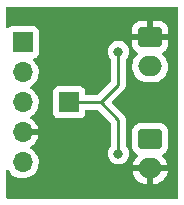
<source format=gbr>
%TF.GenerationSoftware,KiCad,Pcbnew,(6.0.1)*%
%TF.CreationDate,2022-02-14T11:52:31-05:00*%
%TF.ProjectId,SKR-Mini_TFT_Thermistor_Board,534b522d-4d69-46e6-995f-5446545f5468,rev?*%
%TF.SameCoordinates,Original*%
%TF.FileFunction,Copper,L2,Bot*%
%TF.FilePolarity,Positive*%
%FSLAX46Y46*%
G04 Gerber Fmt 4.6, Leading zero omitted, Abs format (unit mm)*
G04 Created by KiCad (PCBNEW (6.0.1)) date 2022-02-14 11:52:31*
%MOMM*%
%LPD*%
G01*
G04 APERTURE LIST*
G04 Aperture macros list*
%AMRoundRect*
0 Rectangle with rounded corners*
0 $1 Rounding radius*
0 $2 $3 $4 $5 $6 $7 $8 $9 X,Y pos of 4 corners*
0 Add a 4 corners polygon primitive as box body*
4,1,4,$2,$3,$4,$5,$6,$7,$8,$9,$2,$3,0*
0 Add four circle primitives for the rounded corners*
1,1,$1+$1,$2,$3*
1,1,$1+$1,$4,$5*
1,1,$1+$1,$6,$7*
1,1,$1+$1,$8,$9*
0 Add four rect primitives between the rounded corners*
20,1,$1+$1,$2,$3,$4,$5,0*
20,1,$1+$1,$4,$5,$6,$7,0*
20,1,$1+$1,$6,$7,$8,$9,0*
20,1,$1+$1,$8,$9,$2,$3,0*%
G04 Aperture macros list end*
%TA.AperFunction,ComponentPad*%
%ADD10RoundRect,0.250000X-0.750000X0.600000X-0.750000X-0.600000X0.750000X-0.600000X0.750000X0.600000X0*%
%TD*%
%TA.AperFunction,ComponentPad*%
%ADD11O,2.000000X1.700000*%
%TD*%
%TA.AperFunction,ComponentPad*%
%ADD12R,1.700000X1.700000*%
%TD*%
%TA.AperFunction,ComponentPad*%
%ADD13O,1.700000X1.700000*%
%TD*%
%TA.AperFunction,ViaPad*%
%ADD14C,0.800000*%
%TD*%
%TA.AperFunction,Conductor*%
%ADD15C,0.250000*%
%TD*%
G04 APERTURE END LIST*
D10*
%TO.P,T0,1,Pin_1*%
%TO.N,TX2-PA2*%
X123207000Y-102128000D03*
D11*
%TO.P,T0,2,Pin_2*%
%TO.N,GND*%
X123207000Y-104628000D03*
%TD*%
D10*
%TO.P,T1,1,Pin_1*%
%TO.N,GND*%
X123207000Y-93492000D03*
D11*
%TO.P,T1,2,Pin_2*%
%TO.N,RX2-PA3*%
X123207000Y-95992000D03*
%TD*%
D12*
%TO.P,J2,1,Pin_1*%
%TO.N,+3V3*%
X116357000Y-99030000D03*
%TD*%
%TO.P,J1,1,Pin_1*%
%TO.N,RST*%
X112420000Y-93955000D03*
D13*
%TO.P,J1,2,Pin_2*%
%TO.N,RX2-PA3*%
X112420000Y-96495000D03*
%TO.P,J1,3,Pin_3*%
%TO.N,TX2-PA2*%
X112420000Y-99035000D03*
%TO.P,J1,4,Pin_4*%
%TO.N,GND*%
X112420000Y-101575000D03*
%TO.P,J1,5,Pin_5*%
%TO.N,PWR*%
X112420000Y-104115000D03*
%TD*%
D14*
%TO.N,+3V3*%
X120523000Y-94742000D03*
X120523000Y-103378000D03*
%TO.N,GND*%
X115443000Y-92202000D03*
X115443000Y-105918000D03*
%TD*%
D15*
%TO.N,+3V3*%
X120523000Y-97536000D02*
X120523000Y-94742000D01*
X119029000Y-99030000D02*
X120523000Y-97536000D01*
X117221000Y-99030000D02*
X119029000Y-99030000D01*
X120523000Y-100584000D02*
X120523000Y-103378000D01*
X119023999Y-99018594D02*
X120517999Y-100512594D01*
%TD*%
%TA.AperFunction,Conductor*%
%TO.N,GND*%
G36*
X125545121Y-90952002D02*
G01*
X125591614Y-91005658D01*
X125603000Y-91058000D01*
X125603000Y-107062000D01*
X125582998Y-107130121D01*
X125529342Y-107176614D01*
X125477000Y-107188000D01*
X111124000Y-107188000D01*
X111055879Y-107167998D01*
X111009386Y-107114342D01*
X110998000Y-107062000D01*
X110998000Y-104841416D01*
X111018002Y-104773295D01*
X111071658Y-104726802D01*
X111141932Y-104716698D01*
X111206512Y-104746192D01*
X111231433Y-104775581D01*
X111319987Y-104920088D01*
X111466250Y-105088938D01*
X111638126Y-105231632D01*
X111831000Y-105344338D01*
X112039692Y-105424030D01*
X112044760Y-105425061D01*
X112044763Y-105425062D01*
X112152017Y-105446883D01*
X112258597Y-105468567D01*
X112263772Y-105468757D01*
X112263774Y-105468757D01*
X112476673Y-105476564D01*
X112476677Y-105476564D01*
X112481837Y-105476753D01*
X112486957Y-105476097D01*
X112486959Y-105476097D01*
X112698288Y-105449025D01*
X112698289Y-105449025D01*
X112703416Y-105448368D01*
X112708366Y-105446883D01*
X112912429Y-105385661D01*
X112912434Y-105385659D01*
X112917384Y-105384174D01*
X113117994Y-105285896D01*
X113299860Y-105156173D01*
X113310555Y-105145516D01*
X113381209Y-105075107D01*
X113458096Y-104998489D01*
X113528785Y-104900115D01*
X113531325Y-104896580D01*
X121725752Y-104896580D01*
X121750477Y-105014421D01*
X121753537Y-105024617D01*
X121834263Y-105229029D01*
X121838994Y-105238561D01*
X121953016Y-105426462D01*
X121959280Y-105435052D01*
X122103327Y-105601052D01*
X122110958Y-105608472D01*
X122280911Y-105747826D01*
X122289678Y-105753850D01*
X122480682Y-105862576D01*
X122490346Y-105867041D01*
X122696941Y-105942031D01*
X122707208Y-105944802D01*
X122924655Y-105984123D01*
X122932884Y-105985056D01*
X122937376Y-105985268D01*
X122950124Y-105981525D01*
X122951329Y-105980135D01*
X122953000Y-105972452D01*
X122953000Y-105963970D01*
X123461000Y-105963970D01*
X123465310Y-105978648D01*
X123477193Y-105980711D01*
X123581325Y-105971876D01*
X123591797Y-105970086D01*
X123804535Y-105914870D01*
X123814575Y-105911335D01*
X124014970Y-105821063D01*
X124024256Y-105815894D01*
X124206575Y-105693150D01*
X124214870Y-105686481D01*
X124373900Y-105534772D01*
X124380941Y-105526814D01*
X124512141Y-105350475D01*
X124517745Y-105341438D01*
X124617357Y-105145516D01*
X124621357Y-105135665D01*
X124686534Y-104925760D01*
X124688817Y-104915376D01*
X124690861Y-104899957D01*
X124688665Y-104885793D01*
X124675478Y-104882000D01*
X123479115Y-104882000D01*
X123463876Y-104886475D01*
X123462671Y-104887865D01*
X123461000Y-104895548D01*
X123461000Y-105963970D01*
X122953000Y-105963970D01*
X122953000Y-104900115D01*
X122948525Y-104884876D01*
X122947135Y-104883671D01*
X122939452Y-104882000D01*
X121740808Y-104882000D01*
X121727277Y-104885973D01*
X121725752Y-104896580D01*
X113531325Y-104896580D01*
X113585435Y-104821277D01*
X113588453Y-104817077D01*
X113608962Y-104775581D01*
X113685136Y-104621453D01*
X113685137Y-104621451D01*
X113687430Y-104616811D01*
X113752370Y-104403069D01*
X113781529Y-104181590D01*
X113783156Y-104115000D01*
X113764852Y-103892361D01*
X113710431Y-103675702D01*
X113621354Y-103470840D01*
X113500014Y-103283277D01*
X113349670Y-103118051D01*
X113345619Y-103114852D01*
X113345615Y-103114848D01*
X113178414Y-102982800D01*
X113178410Y-102982798D01*
X113174359Y-102979598D01*
X113132569Y-102956529D01*
X113082598Y-102906097D01*
X113067826Y-102836654D01*
X113092942Y-102770248D01*
X113120294Y-102743641D01*
X113295328Y-102618792D01*
X113303200Y-102612139D01*
X113454052Y-102461812D01*
X113460730Y-102453965D01*
X113585003Y-102281020D01*
X113590313Y-102272183D01*
X113684670Y-102081267D01*
X113688469Y-102071672D01*
X113750377Y-101867910D01*
X113752555Y-101857837D01*
X113753986Y-101846962D01*
X113751775Y-101832778D01*
X113738617Y-101829000D01*
X112292000Y-101829000D01*
X112223879Y-101808998D01*
X112177386Y-101755342D01*
X112166000Y-101703000D01*
X112166000Y-101447000D01*
X112186002Y-101378879D01*
X112239658Y-101332386D01*
X112292000Y-101321000D01*
X113738344Y-101321000D01*
X113751875Y-101317027D01*
X113753180Y-101307947D01*
X113711214Y-101140875D01*
X113707894Y-101131124D01*
X113622972Y-100935814D01*
X113618105Y-100926739D01*
X113502426Y-100747926D01*
X113496136Y-100739757D01*
X113352806Y-100582240D01*
X113345273Y-100575215D01*
X113178139Y-100443222D01*
X113169556Y-100437520D01*
X113132602Y-100417120D01*
X113082631Y-100366687D01*
X113067859Y-100297245D01*
X113092975Y-100230839D01*
X113120327Y-100204232D01*
X113143797Y-100187491D01*
X113299860Y-100076173D01*
X113448417Y-99928134D01*
X114998500Y-99928134D01*
X115005255Y-99990316D01*
X115056385Y-100126705D01*
X115143739Y-100243261D01*
X115260295Y-100330615D01*
X115396684Y-100381745D01*
X115458866Y-100388500D01*
X117255134Y-100388500D01*
X117317316Y-100381745D01*
X117453705Y-100330615D01*
X117570261Y-100243261D01*
X117657615Y-100126705D01*
X117708745Y-99990316D01*
X117715500Y-99928134D01*
X117715500Y-99789500D01*
X117735502Y-99721379D01*
X117789158Y-99674886D01*
X117841500Y-99663500D01*
X118720811Y-99663500D01*
X118788932Y-99683502D01*
X118809906Y-99700405D01*
X119852595Y-100743095D01*
X119886621Y-100805407D01*
X119889500Y-100832190D01*
X119889500Y-102675476D01*
X119869498Y-102743597D01*
X119857142Y-102759779D01*
X119783960Y-102841056D01*
X119737576Y-102921396D01*
X119703973Y-102979598D01*
X119688473Y-103006444D01*
X119629458Y-103188072D01*
X119628768Y-103194633D01*
X119628768Y-103194635D01*
X119615456Y-103321296D01*
X119609496Y-103378000D01*
X119610186Y-103384565D01*
X119621476Y-103491979D01*
X119629458Y-103567928D01*
X119688473Y-103749556D01*
X119783960Y-103914944D01*
X119911747Y-104056866D01*
X120066248Y-104169118D01*
X120072276Y-104171802D01*
X120072278Y-104171803D01*
X120234681Y-104244109D01*
X120240712Y-104246794D01*
X120334112Y-104266647D01*
X120421056Y-104285128D01*
X120421061Y-104285128D01*
X120427513Y-104286500D01*
X120618487Y-104286500D01*
X120624939Y-104285128D01*
X120624944Y-104285128D01*
X120711887Y-104266647D01*
X120805288Y-104246794D01*
X120811319Y-104244109D01*
X120973722Y-104171803D01*
X120973724Y-104171802D01*
X120979752Y-104169118D01*
X121134253Y-104056866D01*
X121262040Y-103914944D01*
X121357527Y-103749556D01*
X121416542Y-103567928D01*
X121424525Y-103491979D01*
X121435814Y-103384565D01*
X121436504Y-103378000D01*
X121430544Y-103321296D01*
X121417232Y-103194635D01*
X121417232Y-103194633D01*
X121416542Y-103188072D01*
X121357527Y-103006444D01*
X121342028Y-102979598D01*
X121308424Y-102921396D01*
X121262040Y-102841056D01*
X121205624Y-102778400D01*
X121698500Y-102778400D01*
X121698837Y-102781646D01*
X121698837Y-102781650D01*
X121706513Y-102855625D01*
X121709474Y-102884166D01*
X121765450Y-103051946D01*
X121858522Y-103202348D01*
X121983697Y-103327305D01*
X122129258Y-103417030D01*
X122129780Y-103417352D01*
X122177273Y-103470124D01*
X122188697Y-103540196D01*
X122160423Y-103605320D01*
X122150636Y-103615782D01*
X122040094Y-103721234D01*
X122033059Y-103729186D01*
X121901859Y-103905525D01*
X121896255Y-103914562D01*
X121796643Y-104110484D01*
X121792643Y-104120335D01*
X121727466Y-104330240D01*
X121725183Y-104340624D01*
X121723139Y-104356043D01*
X121725335Y-104370207D01*
X121738522Y-104374000D01*
X124673192Y-104374000D01*
X124686723Y-104370027D01*
X124688248Y-104359420D01*
X124663523Y-104241579D01*
X124660463Y-104231383D01*
X124579737Y-104026971D01*
X124575006Y-104017439D01*
X124460984Y-103829538D01*
X124454720Y-103820948D01*
X124310673Y-103654948D01*
X124303044Y-103647530D01*
X124271431Y-103621609D01*
X124231436Y-103562949D01*
X124229504Y-103491979D01*
X124266248Y-103431230D01*
X124285018Y-103417030D01*
X124340996Y-103382390D01*
X124431348Y-103326478D01*
X124556305Y-103201303D01*
X124568331Y-103181794D01*
X124645275Y-103056968D01*
X124645276Y-103056966D01*
X124649115Y-103050738D01*
X124704797Y-102882861D01*
X124708495Y-102846774D01*
X124713587Y-102797069D01*
X124715500Y-102778400D01*
X124715500Y-101477600D01*
X124704526Y-101371834D01*
X124687567Y-101321000D01*
X124650868Y-101211002D01*
X124648550Y-101204054D01*
X124555478Y-101053652D01*
X124430303Y-100928695D01*
X124360139Y-100885445D01*
X124285968Y-100839725D01*
X124285966Y-100839724D01*
X124279738Y-100835885D01*
X124119254Y-100782655D01*
X124118389Y-100782368D01*
X124118387Y-100782368D01*
X124111861Y-100780203D01*
X124105025Y-100779503D01*
X124105022Y-100779502D01*
X124061969Y-100775091D01*
X124007400Y-100769500D01*
X122406600Y-100769500D01*
X122403354Y-100769837D01*
X122403350Y-100769837D01*
X122307692Y-100779762D01*
X122307688Y-100779763D01*
X122300834Y-100780474D01*
X122294298Y-100782655D01*
X122294296Y-100782655D01*
X122226101Y-100805407D01*
X122133054Y-100836450D01*
X121982652Y-100929522D01*
X121857695Y-101054697D01*
X121853855Y-101060927D01*
X121853854Y-101060928D01*
X121810585Y-101131124D01*
X121764885Y-101205262D01*
X121709203Y-101373139D01*
X121698500Y-101477600D01*
X121698500Y-102778400D01*
X121205624Y-102778400D01*
X121188863Y-102759785D01*
X121158147Y-102695779D01*
X121156500Y-102675476D01*
X121156500Y-100544144D01*
X121152323Y-100511082D01*
X121151392Y-100499259D01*
X121149060Y-100425036D01*
X121148672Y-100412705D01*
X121104017Y-100259001D01*
X121094709Y-100243261D01*
X121026575Y-100128053D01*
X121022541Y-100121232D01*
X120017202Y-99115892D01*
X119983176Y-99053580D01*
X119988241Y-98982764D01*
X120017200Y-98937704D01*
X120915264Y-98039641D01*
X120923538Y-98032112D01*
X120930018Y-98028000D01*
X120976644Y-97978348D01*
X120979398Y-97975507D01*
X120999135Y-97955770D01*
X121001615Y-97952573D01*
X121009320Y-97943551D01*
X121039586Y-97911321D01*
X121043405Y-97904375D01*
X121043407Y-97904372D01*
X121049348Y-97893566D01*
X121060199Y-97877047D01*
X121067758Y-97867301D01*
X121072614Y-97861041D01*
X121075759Y-97853772D01*
X121075762Y-97853768D01*
X121090174Y-97820463D01*
X121095391Y-97809813D01*
X121116695Y-97771060D01*
X121121733Y-97751437D01*
X121128137Y-97732734D01*
X121133033Y-97721420D01*
X121133033Y-97721419D01*
X121136181Y-97714145D01*
X121137420Y-97706322D01*
X121137423Y-97706312D01*
X121143099Y-97670476D01*
X121145505Y-97658856D01*
X121154528Y-97623711D01*
X121154528Y-97623710D01*
X121156500Y-97616030D01*
X121156500Y-97595776D01*
X121158051Y-97576065D01*
X121159980Y-97563886D01*
X121161220Y-97556057D01*
X121157059Y-97512038D01*
X121156500Y-97500181D01*
X121156500Y-95927774D01*
X121695102Y-95927774D01*
X121703751Y-96158158D01*
X121751093Y-96383791D01*
X121753051Y-96388750D01*
X121753052Y-96388752D01*
X121821310Y-96561590D01*
X121835776Y-96598221D01*
X121955377Y-96795317D01*
X121958874Y-96799347D01*
X122045438Y-96899103D01*
X122106477Y-96969445D01*
X122110608Y-96972832D01*
X122280627Y-97112240D01*
X122280633Y-97112244D01*
X122284755Y-97115624D01*
X122289391Y-97118263D01*
X122289394Y-97118265D01*
X122303320Y-97126192D01*
X122485114Y-97229675D01*
X122701825Y-97308337D01*
X122707074Y-97309286D01*
X122707077Y-97309287D01*
X122924608Y-97348623D01*
X122924615Y-97348624D01*
X122928692Y-97349361D01*
X122946414Y-97350197D01*
X122951356Y-97350430D01*
X122951363Y-97350430D01*
X122952844Y-97350500D01*
X123414890Y-97350500D01*
X123481809Y-97344822D01*
X123581409Y-97336371D01*
X123581413Y-97336370D01*
X123586720Y-97335920D01*
X123591875Y-97334582D01*
X123591881Y-97334581D01*
X123804703Y-97279343D01*
X123804707Y-97279342D01*
X123809872Y-97278001D01*
X123814738Y-97275809D01*
X123814741Y-97275808D01*
X124015202Y-97185507D01*
X124020075Y-97183312D01*
X124211319Y-97054559D01*
X124378135Y-96895424D01*
X124515754Y-96710458D01*
X124528843Y-96684715D01*
X124591442Y-96561590D01*
X124620240Y-96504949D01*
X124622285Y-96498365D01*
X124687024Y-96289871D01*
X124688607Y-96284773D01*
X124694598Y-96239570D01*
X124718198Y-96061511D01*
X124718198Y-96061506D01*
X124718898Y-96056226D01*
X124710249Y-95825842D01*
X124662907Y-95600209D01*
X124660948Y-95595248D01*
X124580185Y-95390744D01*
X124580184Y-95390742D01*
X124578224Y-95385779D01*
X124572535Y-95376403D01*
X124461390Y-95193243D01*
X124458623Y-95188683D01*
X124398398Y-95119279D01*
X124311023Y-95018588D01*
X124311021Y-95018586D01*
X124307523Y-95014555D01*
X124271471Y-94984994D01*
X124231476Y-94926334D01*
X124229545Y-94855364D01*
X124266290Y-94794616D01*
X124285059Y-94780416D01*
X124424807Y-94693937D01*
X124436208Y-94684901D01*
X124550739Y-94570171D01*
X124559751Y-94558760D01*
X124644816Y-94420757D01*
X124650963Y-94407576D01*
X124702138Y-94253290D01*
X124705005Y-94239914D01*
X124714672Y-94145562D01*
X124715000Y-94139146D01*
X124715000Y-93764115D01*
X124710525Y-93748876D01*
X124709135Y-93747671D01*
X124701452Y-93746000D01*
X121717116Y-93746000D01*
X121701877Y-93750475D01*
X121700672Y-93751865D01*
X121699001Y-93759548D01*
X121699001Y-94139095D01*
X121699338Y-94145614D01*
X121709257Y-94241206D01*
X121712149Y-94254600D01*
X121763588Y-94408784D01*
X121769761Y-94421962D01*
X121855063Y-94559807D01*
X121864099Y-94571208D01*
X121978829Y-94685739D01*
X121990243Y-94694753D01*
X122129713Y-94780723D01*
X122177207Y-94833495D01*
X122188631Y-94903566D01*
X122160357Y-94968690D01*
X122150574Y-94979149D01*
X122035865Y-95088576D01*
X121898246Y-95273542D01*
X121895830Y-95278293D01*
X121895828Y-95278297D01*
X121878502Y-95312375D01*
X121793760Y-95479051D01*
X121792178Y-95484145D01*
X121792177Y-95484148D01*
X121745833Y-95633401D01*
X121725393Y-95699227D01*
X121724692Y-95704516D01*
X121700387Y-95887900D01*
X121695102Y-95927774D01*
X121156500Y-95927774D01*
X121156500Y-95444524D01*
X121176502Y-95376403D01*
X121188858Y-95360221D01*
X121262040Y-95278944D01*
X121330088Y-95161081D01*
X121354223Y-95119279D01*
X121354224Y-95119278D01*
X121357527Y-95113556D01*
X121416542Y-94931928D01*
X121417511Y-94922715D01*
X121435814Y-94748565D01*
X121436504Y-94742000D01*
X121416542Y-94552072D01*
X121357527Y-94370444D01*
X121262040Y-94205056D01*
X121208472Y-94145562D01*
X121138675Y-94068045D01*
X121138674Y-94068044D01*
X121134253Y-94063134D01*
X120979752Y-93950882D01*
X120973724Y-93948198D01*
X120973722Y-93948197D01*
X120811319Y-93875891D01*
X120811318Y-93875891D01*
X120805288Y-93873206D01*
X120711888Y-93853353D01*
X120624944Y-93834872D01*
X120624939Y-93834872D01*
X120618487Y-93833500D01*
X120427513Y-93833500D01*
X120421061Y-93834872D01*
X120421056Y-93834872D01*
X120334112Y-93853353D01*
X120240712Y-93873206D01*
X120234682Y-93875891D01*
X120234681Y-93875891D01*
X120072278Y-93948197D01*
X120072276Y-93948198D01*
X120066248Y-93950882D01*
X119911747Y-94063134D01*
X119907326Y-94068044D01*
X119907325Y-94068045D01*
X119837529Y-94145562D01*
X119783960Y-94205056D01*
X119688473Y-94370444D01*
X119629458Y-94552072D01*
X119609496Y-94742000D01*
X119610186Y-94748565D01*
X119628490Y-94922715D01*
X119629458Y-94931928D01*
X119688473Y-95113556D01*
X119691776Y-95119278D01*
X119691777Y-95119279D01*
X119715912Y-95161081D01*
X119783960Y-95278944D01*
X119857137Y-95360215D01*
X119887853Y-95424221D01*
X119889500Y-95444524D01*
X119889500Y-97221406D01*
X119869498Y-97289527D01*
X119852595Y-97310501D01*
X118803500Y-98359595D01*
X118741188Y-98393621D01*
X118714405Y-98396500D01*
X117841500Y-98396500D01*
X117773379Y-98376498D01*
X117726886Y-98322842D01*
X117715500Y-98270500D01*
X117715500Y-98131866D01*
X117708745Y-98069684D01*
X117657615Y-97933295D01*
X117570261Y-97816739D01*
X117453705Y-97729385D01*
X117317316Y-97678255D01*
X117255134Y-97671500D01*
X115458866Y-97671500D01*
X115396684Y-97678255D01*
X115260295Y-97729385D01*
X115143739Y-97816739D01*
X115056385Y-97933295D01*
X115005255Y-98069684D01*
X114998500Y-98131866D01*
X114998500Y-99928134D01*
X113448417Y-99928134D01*
X113458096Y-99918489D01*
X113550784Y-99789500D01*
X113585435Y-99741277D01*
X113588453Y-99737077D01*
X113596212Y-99721379D01*
X113685136Y-99541453D01*
X113685137Y-99541451D01*
X113687430Y-99536811D01*
X113752370Y-99323069D01*
X113781529Y-99101590D01*
X113783156Y-99035000D01*
X113764852Y-98812361D01*
X113710431Y-98595702D01*
X113621354Y-98390840D01*
X113500014Y-98203277D01*
X113349670Y-98038051D01*
X113345619Y-98034852D01*
X113345615Y-98034848D01*
X113178414Y-97902800D01*
X113178410Y-97902798D01*
X113174359Y-97899598D01*
X113133053Y-97876796D01*
X113083084Y-97826364D01*
X113068312Y-97756921D01*
X113093428Y-97690516D01*
X113120780Y-97663909D01*
X113164603Y-97632650D01*
X113299860Y-97536173D01*
X113324079Y-97512039D01*
X113454435Y-97382137D01*
X113458096Y-97378489D01*
X113479027Y-97349361D01*
X113585435Y-97201277D01*
X113588453Y-97197077D01*
X113596732Y-97180327D01*
X113685136Y-97001453D01*
X113685137Y-97001451D01*
X113687430Y-96996811D01*
X113752370Y-96783069D01*
X113781529Y-96561590D01*
X113782913Y-96504949D01*
X113783074Y-96498365D01*
X113783074Y-96498361D01*
X113783156Y-96495000D01*
X113764852Y-96272361D01*
X113710431Y-96055702D01*
X113621354Y-95850840D01*
X113500014Y-95663277D01*
X113496532Y-95659450D01*
X113352798Y-95501488D01*
X113321746Y-95437642D01*
X113330141Y-95367143D01*
X113375317Y-95312375D01*
X113401761Y-95298706D01*
X113508297Y-95258767D01*
X113516705Y-95255615D01*
X113633261Y-95168261D01*
X113720615Y-95051705D01*
X113771745Y-94915316D01*
X113778500Y-94853134D01*
X113778500Y-93219885D01*
X121699000Y-93219885D01*
X121703475Y-93235124D01*
X121704865Y-93236329D01*
X121712548Y-93238000D01*
X122934885Y-93238000D01*
X122950124Y-93233525D01*
X122951329Y-93232135D01*
X122953000Y-93224452D01*
X122953000Y-93219885D01*
X123461000Y-93219885D01*
X123465475Y-93235124D01*
X123466865Y-93236329D01*
X123474548Y-93238000D01*
X124696884Y-93238000D01*
X124712123Y-93233525D01*
X124713328Y-93232135D01*
X124714999Y-93224452D01*
X124714999Y-92844905D01*
X124714662Y-92838386D01*
X124704743Y-92742794D01*
X124701851Y-92729400D01*
X124650412Y-92575216D01*
X124644239Y-92562038D01*
X124558937Y-92424193D01*
X124549901Y-92412792D01*
X124435171Y-92298261D01*
X124423760Y-92289249D01*
X124285757Y-92204184D01*
X124272576Y-92198037D01*
X124118290Y-92146862D01*
X124104914Y-92143995D01*
X124010562Y-92134328D01*
X124004145Y-92134000D01*
X123479115Y-92134000D01*
X123463876Y-92138475D01*
X123462671Y-92139865D01*
X123461000Y-92147548D01*
X123461000Y-93219885D01*
X122953000Y-93219885D01*
X122953000Y-92152116D01*
X122948525Y-92136877D01*
X122947135Y-92135672D01*
X122939452Y-92134001D01*
X122409905Y-92134001D01*
X122403386Y-92134338D01*
X122307794Y-92144257D01*
X122294400Y-92147149D01*
X122140216Y-92198588D01*
X122127038Y-92204761D01*
X121989193Y-92290063D01*
X121977792Y-92299099D01*
X121863261Y-92413829D01*
X121854249Y-92425240D01*
X121769184Y-92563243D01*
X121763037Y-92576424D01*
X121711862Y-92730710D01*
X121708995Y-92744086D01*
X121699328Y-92838438D01*
X121699000Y-92844855D01*
X121699000Y-93219885D01*
X113778500Y-93219885D01*
X113778500Y-93056866D01*
X113771745Y-92994684D01*
X113720615Y-92858295D01*
X113633261Y-92741739D01*
X113516705Y-92654385D01*
X113380316Y-92603255D01*
X113318134Y-92596500D01*
X111521866Y-92596500D01*
X111459684Y-92603255D01*
X111323295Y-92654385D01*
X111206739Y-92741739D01*
X111206161Y-92740968D01*
X111150783Y-92771208D01*
X111079968Y-92766143D01*
X111023132Y-92723596D01*
X110998321Y-92657076D01*
X110998000Y-92648087D01*
X110998000Y-91058000D01*
X111018002Y-90989879D01*
X111071658Y-90943386D01*
X111124000Y-90932000D01*
X125477000Y-90932000D01*
X125545121Y-90952002D01*
G37*
%TD.AperFunction*%
%TD*%
M02*

</source>
